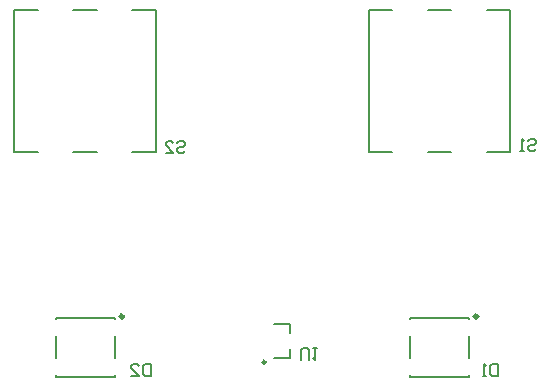
<source format=gbo>
G04*
G04 #@! TF.GenerationSoftware,Altium Limited,Altium Designer,24.8.2 (39)*
G04*
G04 Layer_Color=32896*
%FSAX44Y44*%
%MOMM*%
G71*
G04*
G04 #@! TF.SameCoordinates,ED335716-89E2-4A76-9CEC-4F5FE7A58361*
G04*
G04*
G04 #@! TF.FilePolarity,Positive*
G04*
G01*
G75*
%ADD10C,0.2000*%
%ADD11C,0.2500*%
%ADD64C,0.3000*%
D10*
X00409750Y00265500D02*
X00423750D01*
Y00273250D01*
X00409750Y00294500D02*
X00423750D01*
Y00286750D02*
Y00294500D01*
X00490000Y00560000D02*
X00510000D01*
X00490000Y00440000D02*
Y00560000D01*
Y00440000D02*
X00510000D01*
X00540000D02*
X00560000D01*
X00540000Y00560000D02*
X00560000D01*
X00590000D02*
X00610000D01*
Y00440000D02*
Y00560000D01*
X00590000Y00440000D02*
X00610000D01*
X00575000Y00266000D02*
Y00284000D01*
Y00299000D02*
Y00300000D01*
X00525000D02*
X00575000D01*
X00525000Y00299000D02*
Y00300000D01*
Y00266000D02*
Y00284000D01*
Y00250000D02*
Y00251000D01*
X00575000Y00250000D02*
Y00251000D01*
X00525000Y00250000D02*
X00575000D01*
X00275000Y00266000D02*
Y00284000D01*
Y00299000D02*
Y00300000D01*
X00225000D02*
X00275000D01*
X00225000Y00299000D02*
Y00300000D01*
Y00266000D02*
Y00284000D01*
Y00250000D02*
Y00251000D01*
X00275000Y00250000D02*
Y00251000D01*
X00225000Y00250000D02*
X00275000D01*
X00190000Y00560000D02*
X00210000D01*
X00190000Y00440000D02*
Y00560000D01*
Y00440000D02*
X00210000D01*
X00240000D02*
X00260000D01*
X00240000Y00560000D02*
X00260000D01*
X00290000D02*
X00310000D01*
Y00440000D02*
Y00560000D01*
X00290000Y00440000D02*
X00310000D01*
X00432756Y00264242D02*
Y00272572D01*
X00434422Y00274238D01*
X00437754D01*
X00439420Y00272572D01*
Y00264242D01*
X00442752Y00274238D02*
X00446085D01*
X00444418D01*
Y00264242D01*
X00442752Y00265908D01*
X00328056Y00447832D02*
X00329722Y00449498D01*
X00333055D01*
X00334721Y00447832D01*
Y00446166D01*
X00333055Y00444500D01*
X00329722D01*
X00328056Y00442834D01*
Y00441168D01*
X00329722Y00439502D01*
X00333055D01*
X00334721Y00441168D01*
X00318059Y00439502D02*
X00324724D01*
X00318059Y00446166D01*
Y00447832D01*
X00319725Y00449498D01*
X00323058D01*
X00324724Y00447832D01*
X00624840Y00449102D02*
X00626506Y00450768D01*
X00629838D01*
X00631505Y00449102D01*
Y00447436D01*
X00629838Y00445770D01*
X00626506D01*
X00624840Y00444104D01*
Y00442438D01*
X00626506Y00440772D01*
X00629838D01*
X00631505Y00442438D01*
X00621508Y00440772D02*
X00618176D01*
X00619842D01*
Y00450768D01*
X00621508Y00449102D01*
X00305511Y00260268D02*
Y00250272D01*
X00300512D01*
X00298846Y00251938D01*
Y00258602D01*
X00300512Y00260268D01*
X00305511D01*
X00288849Y00250272D02*
X00295514D01*
X00288849Y00256936D01*
Y00258602D01*
X00290515Y00260268D01*
X00293848D01*
X00295514Y00258602D01*
X00599754Y00260268D02*
Y00250272D01*
X00594756D01*
X00593090Y00251938D01*
Y00258602D01*
X00594756Y00260268D01*
X00599754D01*
X00589758Y00250272D02*
X00586426D01*
X00588092D01*
Y00260268D01*
X00589758Y00258602D01*
D11*
X00402750Y00262250D02*
G03*
X00402750Y00262250I-00001250J00000000D01*
G01*
D64*
X00582500Y00301000D02*
G03*
X00582500Y00301000I-00001500J00000000D01*
G01*
X00282500D02*
G03*
X00282500Y00301000I-00001500J00000000D01*
G01*
M02*

</source>
